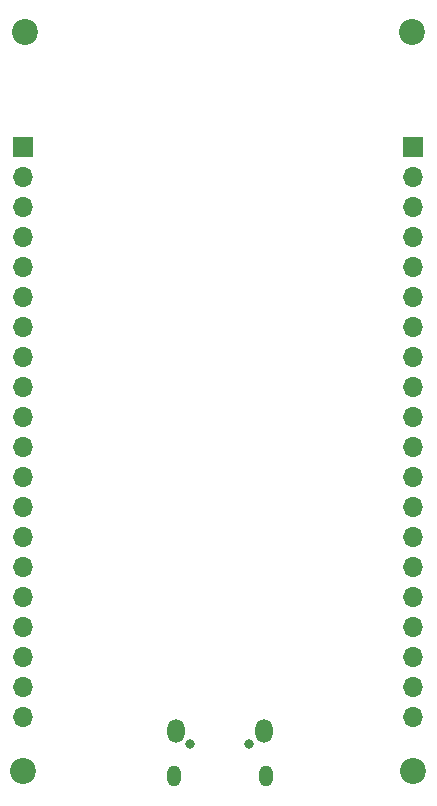
<source format=gbr>
%TF.GenerationSoftware,KiCad,Pcbnew,7.0.2*%
%TF.CreationDate,2023-06-11T17:42:07-04:00*%
%TF.ProjectId,SoftProject,536f6674-5072-46f6-9a65-63742e6b6963,rev?*%
%TF.SameCoordinates,Original*%
%TF.FileFunction,Soldermask,Bot*%
%TF.FilePolarity,Negative*%
%FSLAX46Y46*%
G04 Gerber Fmt 4.6, Leading zero omitted, Abs format (unit mm)*
G04 Created by KiCad (PCBNEW 7.0.2) date 2023-06-11 17:42:07*
%MOMM*%
%LPD*%
G01*
G04 APERTURE LIST*
%ADD10C,2.200000*%
%ADD11O,0.800000X0.800000*%
%ADD12O,1.150000X1.800000*%
%ADD13O,1.450000X2.000000*%
%ADD14R,1.700000X1.700000*%
%ADD15O,1.700000X1.700000*%
G04 APERTURE END LIST*
D10*
%TO.C,H4*%
X110998000Y-115824000D03*
%TD*%
D11*
%TO.C,J1*%
X92110000Y-113481600D03*
X97110000Y-113481600D03*
D12*
X90735000Y-116231600D03*
D13*
X90885000Y-112431600D03*
X98335000Y-112431600D03*
D12*
X98485000Y-116231600D03*
%TD*%
D10*
%TO.C,H2*%
X110871000Y-53213000D03*
%TD*%
%TO.C,H3*%
X77978000Y-115824000D03*
%TD*%
%TO.C,H1*%
X78105000Y-53213000D03*
%TD*%
D14*
%TO.C,J3*%
X110998000Y-62992000D03*
D15*
X110998000Y-65532000D03*
X110998000Y-68072000D03*
X110998000Y-70612000D03*
X110998000Y-73152000D03*
X110998000Y-75692000D03*
X110998000Y-78232000D03*
X110998000Y-80772000D03*
X110998000Y-83312000D03*
X110998000Y-85852000D03*
X110998000Y-88392000D03*
X110998000Y-90932000D03*
X110998000Y-93472000D03*
X110998000Y-96012000D03*
X110998000Y-98552000D03*
X110998000Y-101092000D03*
X110998000Y-103632000D03*
X110998000Y-106172000D03*
X110998000Y-108712000D03*
X110998000Y-111252000D03*
%TD*%
D14*
%TO.C,J4*%
X77978000Y-62992000D03*
D15*
X77978000Y-65532000D03*
X77978000Y-68072000D03*
X77978000Y-70612000D03*
X77978000Y-73152000D03*
X77978000Y-75692000D03*
X77978000Y-78232000D03*
X77978000Y-80772000D03*
X77978000Y-83312000D03*
X77978000Y-85852000D03*
X77978000Y-88392000D03*
X77978000Y-90932000D03*
X77978000Y-93472000D03*
X77978000Y-96012000D03*
X77978000Y-98552000D03*
X77978000Y-101092000D03*
X77978000Y-103632000D03*
X77978000Y-106172000D03*
X77978000Y-108712000D03*
X77978000Y-111252000D03*
%TD*%
M02*

</source>
